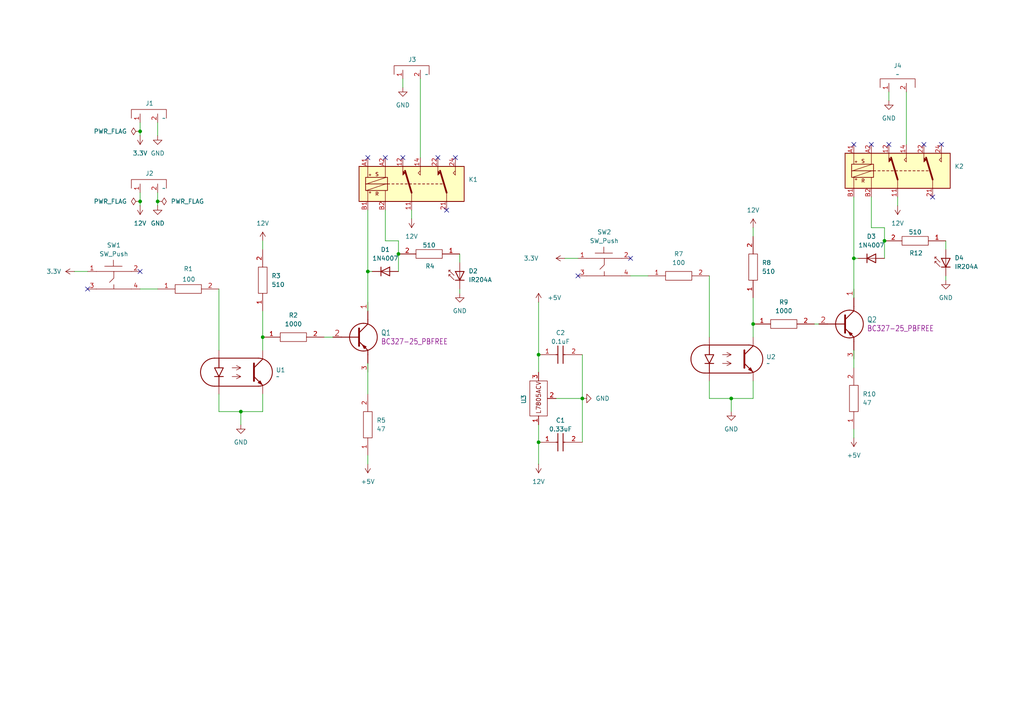
<source format=kicad_sch>
(kicad_sch (version 20250114) (generator "eeschema") (generator_version "9.0")
  (paper "A4")
  (lib_symbols
    (symbol "Diode:1N4007" (pin_numbers (hide yes)) (pin_names (hide yes))
      (property "Reference" "D" (at 0 2.54 0))
      (property "Value" "1N4007" (at 0 -2.54 0))
      (symbol "1N4007_0_1"
        (polyline (pts (xy -1.27 1.27) (xy -1.27 -1.27)) (stroke (width 0.254)))
        (polyline (pts (xy 1.27 1.27) (xy 1.27 -1.27) (xy -1.27 0) (xy 1.27 1.27)) (stroke (width 0.254)))
        (polyline (pts (xy 1.27 0) (xy -1.27 0)))
      )
      (symbol "1N4007_1_1"
        (pin passive line (at -3.81 0 0) (length 2.54) (name "K") (number "1"))
        (pin passive line (at 3.81 0 180) (length 2.54) (name "A") (number "2"))
      )
    )
    (symbol "LED:IR204A" (pin_numbers (hide yes)) (pin_names (offset 1.016) (hide yes))
      (property "Reference" "D" (at 0.508 1.778 0))
      (property "Value" "IR204A" (at -1.016 -2.794 0))
      (symbol "IR204A_0_1"
        (polyline (pts (xy -2.54 1.27) (xy -2.54 -1.27)) (stroke (width 0.254)))
        (polyline (pts (xy -2.413 1.651) (xy -0.889 3.175) (xy -0.889 2.667) (xy -0.889 3.175) (xy -1.397 3.175)))
        (polyline (pts (xy -1.143 1.651) (xy 0.381 3.175) (xy 0.381 2.667)))
        (polyline (pts (xy 0 1.27) (xy -2.54 0) (xy 0 -1.27) (xy 0 1.27)) (stroke (width 0.254)))
        (polyline (pts (xy 0 0) (xy -2.54 0)))
        (polyline (pts (xy 0.381 3.175) (xy -0.127 3.175)))
      )
      (symbol "IR204A_1_1"
        (pin passive line (at -5.08 0 0) (length 2.54) (name "K") (number "1"))
        (pin passive line (at 2.54 0 180) (length 2.54) (name "A") (number "2"))
      )
    )
    (symbol "My_lib2:BC327-25_PBFREE" (pin_names (hide yes))
      (property "Reference" "Q" (at 13.97 1.27 0))
      (property "Part Name" "BC327-25_PBFREE" (at 13.97 -1.27 0))
      (symbol "BC327-25_PBFREE_1_0"
        (polyline (pts (xy 0 0) (xy 2.54 0)) (stroke (width 0.254)))
        (polyline (pts (xy 2.54 0) (xy 7.62 0)) (stroke (width 0.254)))
        (polyline (pts (xy 7.62 2.54) (xy 7.62 -2.54)) (stroke (width 0.508)))
        (polyline (pts (xy 7.62 1.27) (xy 10.16 3.81)) (stroke (width 0.254)))
        (polyline (pts (xy 7.62 -1.27) (xy 10.16 -3.81)) (stroke (width 0.254)))
        (arc (start 8.89 4.0161) (mid 12.9061 0) (end 8.89 -4.0161) (stroke (width 0.254)))
        (arc (start 8.89 -4.0161) (mid 4.8739 0) (end 8.89 4.0161) (stroke (width 0.254)))
        (polyline (pts (xy 9.652 -2.794) (xy 9.144 -3.302) (xy 8.636 -2.286) (xy 9.652 -2.794)) (stroke (width 0.254)) (fill (type outline)))
        (polyline (pts (xy 10.16 7.62) (xy 10.16 5.08)) (stroke (width 0.254)))
        (polyline (pts (xy 10.16 3.81) (xy 10.16 5.08)) (stroke (width 0.254)))
        (polyline (pts (xy 10.16 -3.81) (xy 10.16 -5.08)) (stroke (width 0.254)))
        (polyline (pts (xy 10.16 -7.62) (xy 10.16 -5.08)) (stroke (width 0.254)))
        (pin passive line (at 0 0 0) (length 2.54) (name "B") (number "2"))
        (pin passive line (at 10.16 7.62 90) (length 2.54) (name "C") (number "1"))
      )
      (symbol "BC327-25_PBFREE_1_1"
        (pin passive line (at 10.16 -7.62 270) (length 2.54) (name "A") (number "3"))
      )
    )
    (symbol "My_lib2:C_564R60GAD10" (pin_names (hide yes))
      (property "Reference" "C" (at 5.588 5.588 0))
      (symbol "C_564R60GAD10_1_1"
        (polyline (pts (xy 5.08 0) (xy 5.588 0)) (stroke (width 0.254)))
        (polyline (pts (xy 5.588 2.54) (xy 5.588 -2.54)) (stroke (width 0.254)))
        (polyline (pts (xy 7.112 2.54) (xy 7.112 -2.54)) (stroke (width 0.254)))
        (polyline (pts (xy 7.112 0) (xy 7.62 0)) (stroke (width 0.254)))
        (pin passive line (at 0 0 0) (length 5.08) (name "1") (number "1"))
        (pin passive line (at 12.7 0 180) (length 5.08) (name "2") (number "2"))
      )
    )
    (symbol "My_lib2:L7805ACV" (pin_names (hide yes))
      (property "Reference" "D" (at 1.524 4.064 0))
      (symbol "L7805ACV_0_1"
        (rectangle (start -5.08 2.54) (end 5.08 -2.54))
      )
      (symbol "L7805ACV_1_1"
        (text "L7805ACV" (at 0.254 0 0) (effects (font (size 1.27 1.27))))
        (pin input line (at -7.62 0 0) (length 2.54) (name "") (number "1"))
        (pin input line (at 0 -5.08 90) (length 2.54) (name "GND") (number "2"))
        (pin input line (at 7.62 0 180) (length 2.54) (name "") (number "3"))
      )
    )
    (symbol "My_lib2:PC817X3NSZ9F" (pin_numbers (hide yes)) (pin_names (hide yes))
      (property "Reference" "U" (at -4.318 5.842 0))
      (symbol "PC817X3NSZ9F_0_1"
        (polyline (pts (xy -11.43 -4.064) (xy 1.27 -4.064)) (stroke (width 0.254)))
        (polyline (pts (xy -10.16 3.81) (xy -10.16 1.27)) (stroke (width 0.254)))
        (polyline (pts (xy -10.16 1.27) (xy -8.89 1.27) (xy -11.43 1.27) (xy -10.16 -1.27) (xy -8.89 1.27) (xy -10.16 -1.27) (xy -11.43 -1.27) (xy -8.89 -1.27)) (stroke (width 0.254)))
        (polyline (pts (xy -10.16 -3.81) (xy -10.16 -1.27)) (stroke (width 0.254)))
        (polyline (pts (xy -6.35 1.27) (xy -3.81 1.27) (xy -5.08 1.905) (xy -3.81 1.27) (xy -5.08 0.635)))
        (polyline (pts (xy -6.35 -1.27) (xy -3.81 -1.27) (xy -5.08 -0.635) (xy -3.81 -1.27) (xy -5.08 -1.905)))
        (polyline (pts (xy 1.27 4.064) (xy -11.43 4.064)) (stroke (width 0.254)))
      )
      (symbol "PC817X3NSZ9F_1_0"
        (arc (start -11.43 -4.064) (mid -15.494 0) (end -11.43 4.064) (stroke (width 0.254)))
        (polyline (pts (xy 0 2.54) (xy 0 -2.54)) (stroke (width 0.508)))
        (polyline (pts (xy 0 1.27) (xy 2.54 3.81)) (stroke (width 0.254)))
        (polyline (pts (xy 0 -1.27) (xy 2.54 -3.81)) (stroke (width 0.254)))
        (arc (start 1.27 4.064) (mid 5.334 0) (end 1.27 -4.064) (stroke (width 0.254)))
        (polyline (pts (xy 1.27 -3.048) (xy 1.778 -2.54) (xy 2.286 -3.556) (xy 1.27 -3.048)) (stroke (width 0.254)) (fill (type outline)))
        (pin input line (at -10.16 6.35 270) (length 2.54) (name "Anode") (number "1"))
        (pin input line (at -10.16 -6.35 90) (length 2.54) (name "Cathode") (number "2"))
        (pin passive line (at 2.54 6.35 270) (length 2.54) (name "Collector") (number "4"))
      )
      (symbol "PC817X3NSZ9F_1_1"
        (pin input line (at 2.54 -6.35 90) (length 2.54) (name "Emitter") (number "3"))
      )
    )
    (symbol "My_lib2:R_CF100-3K3-J-TB-070-62" (pin_names (offset 0) (hide yes))
      (property "Reference" "R" (at 5.08 2.794 0))
      (symbol "R_CF100-3K3-J-TB-070-62_0_0"
        (pin passive line (at 0 0 0) (length 5.08) (name "~") (number "1"))
        (pin passive line (at 17.78 0 180) (length 5.08) (name "~") (number "2"))
      )
      (symbol "R_CF100-3K3-J-TB-070-62_0_1"
        (polyline (pts (xy 5.08 1.27) (xy 12.7 1.27) (xy 12.7 -1.27) (xy 5.08 -1.27) (xy 5.08 1.27)) (stroke (width 0.1524)))
      )
    )
    (symbol "My_lib2:SW_Push" (pin_names (offset 0.002) (hide yes))
      (property "Reference" "SW" (at 0.635 3.81 0))
      (symbol "SW_Push_0_1"
        (polyline (pts (xy -5.08 0) (xy 5.08 0)))
        (polyline (pts (xy -0.127 1.524) (xy -0.127 3.302)))
        (polyline (pts (xy 0 0) (xy 0 -1.905) (xy -1.27 -3.175)))
        (polyline (pts (xy 0 -3.81) (xy 0 -5.08) (xy -5.08 -5.08) (xy 5.08 -5.08)))
        (polyline (pts (xy 2.413 1.524) (xy -2.667 1.524)))
        (pin passive line (at -7.62 0 0) (length 2.54) (name "1") (number "1"))
      )
      (symbol "SW_Push_1_1"
        (pin passive line (at -7.62 -5.08 0) (length 2.54) (name "1") (number "3"))
        (pin passive line (at 7.62 0 180) (length 2.54) (name "2") (number "2"))
        (pin passive line (at 7.62 -5.08 180) (length 2.54) (name "2") (number "4"))
      )
    )
    (symbol "My_lib2:TB-09A"
      (property "Reference" "J1" (at -1.016 1.778 0))
      (property "Value" "~" (at 3.81 -2.54 0))
      (symbol "TB-09A_0_1"
        (polyline (pts (xy 5.08 -2.54) (xy 5.08 0) (xy -5.08 0) (xy -5.08 -2.54)))
      )
      (symbol "TB-09A_1_1"
        (pin power_in line (at -2.54 -3.81 90) (length 2.54) (name "") (number "1"))
        (pin power_in line (at 2.54 -3.81 90) (length 2.54) (name "") (number "2"))
      )
    )
    (symbol "Relay:HONGFA_HFD2-0xx-x-L2-x"
      (property "Reference" "K" (at 16.51 3.81 0))
      (property "Value" "HONGFA_HFD2-0xx-x-L2-x" (at 16.51 1.27 0))
      (symbol "HONGFA_HFD2-0xx-x-L2-x_0_0"
        (polyline (pts (xy -2.54 5.08) (xy -2.54 2.54) (xy -1.905 3.175) (xy -2.54 3.81)) (fill (type outline)))
        (polyline (pts (xy 2.54 5.08) (xy 2.54 2.54) (xy 1.905 3.175) (xy 2.54 3.81)))
        (polyline (pts (xy 7.62 5.08) (xy 7.62 2.54) (xy 8.255 3.175) (xy 7.62 3.81)) (fill (type outline)))
        (polyline (pts (xy 12.7 5.08) (xy 12.7 2.54) (xy 12.065 3.175) (xy 12.7 3.81)))
        (text "+" (at -12.065 2.667 0) (effects (font (size 0.762 0.762))))
        (text "+" (at -12.065 -2.413 0) (effects (font (size 0.762 0.762))))
        (text "S" (at -10.033 2.794 0) (effects (font (size 1.016 1.016))))
        (text "R" (at -10.033 -2.921 0) (effects (font (size 1.016 1.016))))
      )
      (symbol "HONGFA_HFD2-0xx-x-L2-x_0_1"
        (rectangle (start -15.24 5.08) (end 15.24 -5.08) (stroke (width 0.254)) (fill (type background)))
        (rectangle (start -13.335 1.905) (end -6.985 -1.905) (stroke (width 0.2032)))
        (polyline (pts (xy -13.335 0) (xy -6.35 0)) (stroke (width 0.2032)))
        (polyline (pts (xy -13.081 0) (xy -7.366 1.905)))
        (polyline (pts (xy -13.081 -1.905) (xy -7.493 0)))
        (polyline (pts (xy -12.7 5.08) (xy -12.7 1.905)))
        (polyline (pts (xy -12.7 -5.08) (xy -12.7 -1.905)))
        (polyline (pts (xy -7.62 5.08) (xy -7.62 1.905)))
        (polyline (pts (xy -7.62 -5.08) (xy -7.62 -1.905)))
        (polyline (pts (xy -5.715 0) (xy -5.08 0)) (stroke (width 0.2032)))
        (polyline (pts (xy -4.445 0) (xy -3.81 0)) (stroke (width 0.2032)))
        (polyline (pts (xy -3.175 0) (xy -2.54 0)) (stroke (width 0.2032)))
        (polyline (pts (xy -1.905 0) (xy -1.27 0)) (stroke (width 0.2032)))
        (polyline (pts (xy -0.635 0) (xy 0 0)) (stroke (width 0.2032)))
        (polyline (pts (xy 0 -2.54) (xy -1.905 3.81)) (stroke (width 0.508)))
        (polyline (pts (xy 0 -2.54) (xy 0 -5.08)))
        (polyline (pts (xy 0.635 0) (xy 1.27 0)) (stroke (width 0.2032)))
        (polyline (pts (xy 1.905 0) (xy 2.54 0)) (stroke (width 0.2032)))
        (polyline (pts (xy 3.175 0) (xy 3.81 0)) (stroke (width 0.2032)))
        (polyline (pts (xy 4.445 0) (xy 5.08 0)) (stroke (width 0.2032)))
        (polyline (pts (xy 5.715 0) (xy 6.35 0)) (stroke (width 0.2032)))
        (polyline (pts (xy 6.985 0) (xy 7.62 0)) (stroke (width 0.2032)))
        (polyline (pts (xy 8.255 0) (xy 8.89 0)) (stroke (width 0.2032)))
        (polyline (pts (xy 10.16 -2.54) (xy 8.255 3.81)) (stroke (width 0.508)))
        (polyline (pts (xy 10.16 -2.54) (xy 10.16 -5.08)))
      )
      (symbol "HONGFA_HFD2-0xx-x-L2-x_1_1"
        (pin passive line (at -12.7 7.62 270) (length 2.54) (name "~") (number "A1"))
        (pin passive line (at -12.7 -7.62 90) (length 2.54) (name "~") (number "B1"))
        (pin passive line (at -7.62 7.62 270) (length 2.54) (name "~") (number "A2"))
        (pin passive line (at -7.62 -7.62 90) (length 2.54) (name "~") (number "B2"))
        (pin passive line (at -2.54 7.62 270) (length 2.54) (name "~") (number "12"))
        (pin passive line (at 0 -7.62 90) (length 2.54) (name "~") (number "11"))
        (pin passive line (at 2.54 7.62 270) (length 2.54) (name "~") (number "14"))
        (pin passive line (at 7.62 7.62 270) (length 2.54) (name "~") (number "22"))
        (pin passive line (at 10.16 -7.62 90) (length 2.54) (name "~") (number "21"))
        (pin passive line (at 12.7 7.62 270) (length 2.54) (name "~") (number "24"))
      )
    )
    (symbol "power:+3.3V" (power) (pin_numbers (hide yes)) (pin_names (offset 0) (hide yes))
      (property "Value" "+3.3V" (at 0 3.556 0))
      (symbol "+3.3V_0_1"
        (polyline (pts (xy -0.762 1.27) (xy 0 2.54)))
        (polyline (pts (xy 0 2.54) (xy 0.762 1.27)))
        (polyline (pts (xy 0 0) (xy 0 2.54)))
      )
      (symbol "+3.3V_1_1"
        (pin power_in line (at 0 0 90) (length 0) (name "~") (number "1"))
      )
    )
    (symbol "power:+5V" (power) (pin_numbers (hide yes)) (pin_names (offset 0) (hide yes))
      (property "Value" "+5V" (at 0 3.556 0))
      (symbol "+5V_0_1"
        (polyline (pts (xy -0.762 1.27) (xy 0 2.54)))
        (polyline (pts (xy 0 2.54) (xy 0.762 1.27)))
        (polyline (pts (xy 0 0) (xy 0 2.54)))
      )
      (symbol "+5V_1_1"
        (pin power_in line (at 0 0 90) (length 0) (name "~") (number "1"))
      )
    )
    (symbol "power:GND" (power) (pin_numbers (hide yes)) (pin_names (offset 0) (hide yes))
      (property "Value" "GND" (at 0 -3.81 0))
      (symbol "GND_0_1"
        (polyline (pts (xy 0 0) (xy 0 -1.27) (xy 1.27 -1.27) (xy 0 -2.54) (xy -1.27 -1.27) (xy 0 -1.27)))
      )
      (symbol "GND_1_1"
        (pin power_in line (at 0 0 270) (length 0) (name "~") (number "1"))
      )
    )
    (symbol "power:PWR_FLAG" (power) (pin_numbers (hide yes)) (pin_names (offset 0) (hide yes))
      (property "Value" "PWR_FLAG" (at 0 3.81 0))
      (symbol "PWR_FLAG_0_0"
        (pin power_out line (at 0 0 90) (length 0) (name "~") (number "1"))
      )
      (symbol "PWR_FLAG_0_1"
        (polyline (pts (xy 0 0) (xy 0 1.27) (xy -1.016 1.905) (xy 0 2.54) (xy 1.016 1.905) (xy 0 1.27)))
      )
    )
  )
  (junction (at 218.44 93.98))
  (junction (at 40.64 38.1))
  (junction (at 69.85 119.38))
  (junction (at 212.09 115.57))
  (junction (at 45.72 58.42))
  (junction (at 156.21 128.27))
  (junction (at 256.54 69.85))
  (junction (at 168.91 115.57))
  (junction (at 247.65 74.93))
  (junction (at 40.64 58.42))
  (junction (at 106.68 78.74))
  (junction (at 115.57 73.66))
  (junction (at 76.2 97.79))
  (junction (at 156.21 102.87))
  (no_connect (at 25.4 83.82))
  (no_connect (at 40.64 78.74))
  (no_connect (at 182.88 74.93))
  (no_connect (at 106.68 45.72))
  (no_connect (at 267.97 41.91))
  (no_connect (at 257.81 41.91))
  (no_connect (at 132.08 45.72))
  (no_connect (at 127 45.72))
  (no_connect (at 273.05 41.91))
  (no_connect (at 129.54 60.96))
  (no_connect (at 252.73 41.91))
  (no_connect (at 167.64 80.01))
  (no_connect (at 247.65 41.91))
  (no_connect (at 111.76 45.72))
  (no_connect (at 116.84 45.72))
  (no_connect (at 270.51 57.15))
  (wire (pts (xy 247.65 57.15) (xy 247.65 74.93)))
  (wire (pts (xy 252.73 66.04) (xy 256.54 66.04)))
  (wire (pts (xy 274.32 69.85) (xy 274.32 72.39)))
  (wire (pts (xy 218.44 93.98) (xy 218.44 97.79)))
  (wire (pts (xy 212.09 115.57) (xy 212.09 119.38)))
  (wire (pts (xy 45.72 35.56) (xy 45.72 39.37)))
  (wire (pts (xy 45.72 58.42) (xy 45.72 59.69)))
  (wire (pts (xy 40.64 83.82) (xy 45.72 83.82)))
  (wire (pts (xy 119.38 60.96) (xy 119.38 63.5)))
  (wire (pts (xy 205.74 115.57) (xy 212.09 115.57)))
  (wire (pts (xy 40.64 35.56) (xy 40.64 38.1)))
  (wire (pts (xy 76.2 119.38) (xy 76.2 114.3)))
  (wire (pts (xy 133.35 73.66) (xy 133.35 76.2)))
  (wire (pts (xy 76.2 97.79) (xy 76.2 101.6)))
  (wire (pts (xy 256.54 66.04) (xy 256.54 69.85)))
  (wire (pts (xy 40.64 55.88) (xy 40.64 58.42)))
  (wire (pts (xy 106.68 78.74) (xy 106.68 90.17)))
  (wire (pts (xy 205.74 115.57) (xy 205.74 110.49)))
  (wire (pts (xy 115.57 69.85) (xy 115.57 73.66)))
  (wire (pts (xy 247.65 74.93) (xy 248.92 74.93)))
  (wire (pts (xy 111.76 69.85) (xy 115.57 69.85)))
  (wire (pts (xy 156.21 102.87) (xy 156.21 107.95)))
  (wire (pts (xy 247.65 74.93) (xy 247.65 86.36)))
  (wire (pts (xy 212.09 115.57) (xy 218.44 115.57)))
  (wire (pts (xy 274.32 80.01) (xy 274.32 81.28)))
  (wire (pts (xy 121.92 45.72) (xy 121.92 22.86)))
  (wire (pts (xy 40.64 38.1) (xy 40.64 39.37)))
  (wire (pts (xy 69.85 119.38) (xy 69.85 123.19)))
  (wire (pts (xy 106.68 60.96) (xy 106.68 78.74)))
  (wire (pts (xy 40.64 58.42) (xy 40.64 59.69)))
  (wire (pts (xy 116.84 22.86) (xy 116.84 25.4)))
  (wire (pts (xy 163.83 74.93) (xy 167.64 74.93)))
  (wire (pts (xy 76.2 69.85) (xy 76.2 72.39)))
  (wire (pts (xy 161.29 115.57) (xy 168.91 115.57)))
  (wire (pts (xy 168.91 115.57) (xy 168.91 128.27)))
  (wire (pts (xy 106.68 105.41) (xy 106.68 114.3)))
  (wire (pts (xy 69.85 119.38) (xy 76.2 119.38)))
  (wire (pts (xy 63.5 119.38) (xy 63.5 114.3)))
  (wire (pts (xy 236.22 93.98) (xy 237.49 93.98)))
  (wire (pts (xy 93.98 97.79) (xy 96.52 97.79)))
  (wire (pts (xy 218.44 115.57) (xy 218.44 110.49)))
  (wire (pts (xy 260.35 57.15) (xy 260.35 59.69)))
  (wire (pts (xy 106.68 78.74) (xy 107.95 78.74)))
  (wire (pts (xy 247.65 101.6) (xy 247.65 106.68)))
  (wire (pts (xy 106.68 132.08) (xy 106.68 134.62)))
  (wire (pts (xy 168.91 102.87) (xy 168.91 115.57)))
  (wire (pts (xy 76.2 90.17) (xy 76.2 97.79)))
  (wire (pts (xy 63.5 119.38) (xy 69.85 119.38)))
  (wire (pts (xy 45.72 55.88) (xy 45.72 58.42)))
  (wire (pts (xy 218.44 66.04) (xy 218.44 68.58)))
  (wire (pts (xy 218.44 86.36) (xy 218.44 93.98)))
  (wire (pts (xy 156.21 123.19) (xy 156.21 128.27)))
  (wire (pts (xy 256.54 69.85) (xy 256.54 74.93)))
  (wire (pts (xy 262.89 41.91) (xy 262.89 26.67)))
  (wire (pts (xy 111.76 69.85) (xy 111.76 60.96)))
  (wire (pts (xy 133.35 83.82) (xy 133.35 85.09)))
  (wire (pts (xy 247.65 124.46) (xy 247.65 127)))
  (wire (pts (xy 156.21 87.63) (xy 156.21 102.87)))
  (wire (pts (xy 63.5 83.82) (xy 63.5 101.6)))
  (wire (pts (xy 205.74 80.01) (xy 205.74 97.79)))
  (wire (pts (xy 21.59 78.74) (xy 25.4 78.74)))
  (wire (pts (xy 156.21 128.27) (xy 156.21 134.62)))
  (wire (pts (xy 182.88 80.01) (xy 187.96 80.01)))
  (wire (pts (xy 257.81 26.67) (xy 257.81 29.21)))
  (wire (pts (xy 252.73 66.04) (xy 252.73 57.15)))
  (wire (pts (xy 115.57 73.66) (xy 115.57 78.74)))
  (symbol (lib_id "Diode:1N4007") (at 252.73 74.93 0) (unit 1)
    (property "Reference" "D3" (at 252.73 68.58 0))
    (property "Value" "1N4007" (at 252.73 71.12 0))
    (property "Footprint" "Diode_THT:D_DO-41_SOD81_P10.16mm_Horizontal" (effects (hide yes)))
    (property "Datasheet" "http://www.vishay.com/docs/88503/1n4001.pdf" (effects (hide yes)))
    (property "Description" "1000V 1A General Purpose Rectifier Diode, DO-41" (effects (hide yes)))
    (property "Sim.Device" "D" (effects (hide yes)))
    (property "Sim.Pins" "1=K 2=A" (effects (hide yes)))
  )
  (symbol (lib_id "My_lib2:R_CF100-3K3-J-TB-070-62") (at 247.65 124.46 90) (unit 1)
    (property "Reference" "R10" (at 250.19 114.2999 90) (effects (justify right)))
    (property "Value" "47" (at 250.19 116.8399 90) (effects (justify right)))
    (property "Footprint" "My_lib2:R" (effects (hide yes)))
    (property "Description" "CF100-3K3-J-TB-070-62 CARBON FILM FIXED RESISTOR, 1.0(1W)" (effects (hide yes)))
    (property "Description_1" "CARBON FILM FIXED RESISTOR, 1.0(1W)" (effects (hide yes)))
    (property "Manufacturer_Name" "HKR" (effects (hide yes)))
    (property "Manufacturer_Part_Number" "CF100-3K3-J-TB-070-62" (effects (hide yes)))
  )
  (symbol (lib_id "power:GND") (at 133.35 85.09 0) (unit 1)
    (property "Reference" "#PWR020" (effects (hide yes)))
    (property "Value" "GND" (at 133.35 90.17 0))
    (property "Description" "Power symbol creates a global label with name \"GND\" , ground" (effects (hide yes)))
  )
  (symbol (lib_id "power:+3.3V") (at 21.59 78.74 90) (unit 1)
    (property "Reference" "#PWR040" (effects (hide yes)))
    (property "Value" "3.3V" (at 17.78 78.7399 90) (effects (justify left)))
    (property "Description" "Power symbol creates a global label with name \"+3.3V\"" (effects (hide yes)))
  )
  (symbol (lib_id "My_lib2:R_CF100-3K3-J-TB-070-62") (at 133.35 73.66 180) (unit 1)
    (property "Reference" "R4" (at 124.714 77.216 0))
    (property "Value" "510" (at 124.46 71.12 0))
    (property "Footprint" "My_lib2:R" (effects (hide yes)))
    (property "Description" "CF100-3K3-J-TB-070-62 CARBON FILM FIXED RESISTOR, 1.0(1W)" (effects (hide yes)))
    (property "Description_1" "CARBON FILM FIXED RESISTOR, 1.0(1W)" (effects (hide yes)))
    (property "Manufacturer_Name" "HKR" (effects (hide yes)))
    (property "Manufacturer_Part_Number" "CF100-3K3-J-TB-070-62" (effects (hide yes)))
  )
  (symbol (lib_id "My_lib2:TB-09A") (at 260.35 22.86 0) (unit 1)
    (property "Reference" "J4" (at 260.35 19.05 0))
    (property "Value" "~" (at 260.35 21.59 0))
    (property "Footprint" "My_lib2:TB-09A" (effects (hide yes)))
    (property "Description" "Винтовой разъем на плату" (effects (hide yes)))
  )
  (symbol (lib_id "My_lib2:R_CF100-3K3-J-TB-070-62") (at 218.44 93.98 0) (unit 1)
    (property "Reference" "R9" (at 227.33 87.63 0))
    (property "Value" "1000" (at 227.33 90.17 0))
    (property "Footprint" "My_lib2:R" (effects (hide yes)))
    (property "Description" "CF100-3K3-J-TB-070-62 CARBON FILM FIXED RESISTOR, 1.0(1W)" (effects (hide yes)))
    (property "Description_1" "CARBON FILM FIXED RESISTOR, 1.0(1W)" (effects (hide yes)))
    (property "Manufacturer_Name" "HKR" (effects (hide yes)))
    (property "Manufacturer_Part_Number" "CF100-3K3-J-TB-070-62" (effects (hide yes)))
  )
  (symbol (lib_id "power:GND") (at 168.91 115.57 90) (unit 1)
    (property "Reference" "#PWR028" (effects (hide yes)))
    (property "Value" "GND" (at 172.72 115.5699 90) (effects (justify right)))
    (property "Description" "Power symbol creates a global label with name \"GND\" , ground" (effects (hide yes)))
  )
  (symbol (lib_id "power:GND") (at 116.84 25.4 0) (unit 1)
    (property "Reference" "#PWR022" (effects (hide yes)))
    (property "Value" "GND" (at 116.84 30.48 0))
    (property "Description" "Power symbol creates a global label with name \"GND\" , ground" (effects (hide yes)))
  )
  (symbol (lib_id "My_lib2:R_CF100-3K3-J-TB-070-62") (at 45.72 83.82 0) (unit 1)
    (property "Reference" "R1" (at 54.61 77.978 0))
    (property "Value" "100" (at 52.832 81.026 0) (effects (justify left)))
    (property "Footprint" "My_lib2:R" (effects (hide yes)))
    (property "Description" "CF100-3K3-J-TB-070-62 CARBON FILM FIXED RESISTOR, 1.0(1W)" (effects (hide yes)))
    (property "Description_1" "CARBON FILM FIXED RESISTOR, 1.0(1W)" (effects (hide yes)))
    (property "Manufacturer_Name" "HKR" (effects (hide yes)))
    (property "Manufacturer_Part_Number" "CF100-3K3-J-TB-070-62" (effects (hide yes)))
  )
  (symbol (lib_id "power:GND") (at 45.72 39.37 0) (unit 1)
    (property "Reference" "#PWR032" (effects (hide yes)))
    (property "Value" "GND" (at 45.72 44.45 0))
    (property "Description" "Power symbol creates a global label with name \"GND\" , ground" (effects (hide yes)))
  )
  (symbol (lib_id "My_lib2:SW_Push") (at 33.02 78.74 0) (unit 1)
    (property "Reference" "SW1" (at 33.02 71.12 0))
    (property "Value" "SW_Push" (at 33.02 73.66 0))
    (property "Footprint" "My_lib2:0650HIM-130G-G" (effects (hide yes)))
    (property "Description" "Push button switch, generic, two pins" (effects (hide yes)))
  )
  (symbol (lib_id "power:PWR_FLAG") (at 45.72 58.42 270) (unit 1)
    (property "Reference" "#FLG03" (effects (hide yes)))
    (property "Value" "PWR_FLAG" (at 49.53 58.4199 90) (effects (justify left)))
    (property "Description" "Special symbol for telling ERC where power comes from" (effects (hide yes)))
  )
  (symbol (lib_id "Diode:1N4007") (at 111.76 78.74 0) (unit 1)
    (property "Reference" "D1" (at 111.76 72.39 0))
    (property "Value" "1N4007" (at 111.76 74.93 0))
    (property "Footprint" "Diode_THT:D_DO-41_SOD81_P10.16mm_Horizontal" (effects (hide yes)))
    (property "Datasheet" "http://www.vishay.com/docs/88503/1n4001.pdf" (effects (hide yes)))
    (property "Description" "1000V 1A General Purpose Rectifier Diode, DO-41" (effects (hide yes)))
    (property "Sim.Device" "D" (effects (hide yes)))
    (property "Sim.Pins" "1=K 2=A" (effects (hide yes)))
  )
  (symbol (lib_id "power:GND") (at 212.09 119.38 0) (unit 1)
    (property "Reference" "#PWR039" (effects (hide yes)))
    (property "Value" "GND" (at 212.09 124.46 0))
    (property "Description" "Power symbol creates a global label with name \"GND\" , ground" (effects (hide yes)))
  )
  (symbol (lib_id "power:GND") (at 69.85 123.19 0) (unit 1)
    (property "Reference" "#PWR036" (effects (hide yes)))
    (property "Value" "GND" (at 69.85 128.27 0))
    (property "Description" "Power symbol creates a global label with name \"GND\" , ground" (effects (hide yes)))
  )
  (symbol (lib_id "My_lib2:C_564R60GAD10") (at 156.21 102.87 0) (unit 1)
    (property "Reference" "C2" (at 162.56 96.52 0))
    (property "Value" "0.1uF" (at 162.56 99.06 0))
    (property "Footprint" "My_lib2:564R60GAD10" (effects (hide yes)))
    (property "Datasheet" "https://componentsearchengine.com/Datasheets/1/564R60GAD10.pdf" (effects (hide yes)))
    (property "Description" "Cap Ceramic Single 0.001uF 6000V Z5U 20% (10.2 X 6.9mm) Radial 9.5mm 105C Bulk" (effects (hide yes)))
    (property "Height" "10.2" (effects (hide yes)))
    (property "Manufacturer_Name" "Vishay" (effects (hide yes)))
    (property "Manufacturer_Part_Number" "564R60GAD10" (effects (hide yes)))
    (property "Mouser Part Number" "75-564R60GAD10" (effects (hide yes)))
    (property "Mouser Price/Stock" "https://www.mouser.co.uk/ProductDetail/Vishay/564R60GAD10?qs=xrnNvQC1SKQV3fR046g7Jg%3D%3D" (effects (hide yes)))
    (property "Arrow Part Number" "564R60GAD10" (effects (hide yes)))
    (property "Arrow Price/Stock" "https://www.arrow.com/en/products/564r60gad10/vishay?region=nac" (effects (hide yes)))
  )
  (symbol (lib_id "power:+3.3V") (at 119.38 63.5 180) (unit 1)
    (property "Reference" "#PWR037" (effects (hide yes)))
    (property "Value" "12V" (at 119.38 68.58 0))
    (property "Description" "Power symbol creates a global label with name \"+3.3V\"" (effects (hide yes)))
  )
  (symbol (lib_id "power:+3.3V") (at 76.2 69.85 0) (unit 1)
    (property "Reference" "#PWR044" (effects (hide yes)))
    (property "Value" "12V" (at 76.2 64.77 0))
    (property "Description" "Power symbol creates a global label with name \"+3.3V\"" (effects (hide yes)))
  )
  (symbol (lib_id "My_lib2:R_CF100-3K3-J-TB-070-62") (at 187.96 80.01 0) (unit 1)
    (property "Reference" "R7" (at 196.85 73.66 0))
    (property "Value" "100" (at 196.85 76.2 0))
    (property "Footprint" "My_lib2:R" (effects (hide yes)))
    (property "Description" "CF100-3K3-J-TB-070-62 CARBON FILM FIXED RESISTOR, 1.0(1W)" (effects (hide yes)))
    (property "Description_1" "CARBON FILM FIXED RESISTOR, 1.0(1W)" (effects (hide yes)))
    (property "Manufacturer_Name" "HKR" (effects (hide yes)))
    (property "Manufacturer_Part_Number" "CF100-3K3-J-TB-070-62" (effects (hide yes)))
  )
  (symbol (lib_id "power:GND") (at 45.72 59.69 0) (unit 1)
    (property "Reference" "#PWR035" (effects (hide yes)))
    (property "Value" "GND" (at 45.72 64.77 0))
    (property "Description" "Power symbol creates a global label with name \"GND\" , ground" (effects (hide yes)))
  )
  (symbol (lib_id "My_lib2:R_CF100-3K3-J-TB-070-62") (at 274.32 69.85 180) (unit 1)
    (property "Reference" "R12" (at 265.684 73.406 0))
    (property "Value" "510" (at 265.43 67.31 0))
    (property "Footprint" "My_lib2:R" (effects (hide yes)))
    (property "Description" "CF100-3K3-J-TB-070-62 CARBON FILM FIXED RESISTOR, 1.0(1W)" (effects (hide yes)))
    (property "Description_1" "CARBON FILM FIXED RESISTOR, 1.0(1W)" (effects (hide yes)))
    (property "Manufacturer_Name" "HKR" (effects (hide yes)))
    (property "Manufacturer_Part_Number" "CF100-3K3-J-TB-070-62" (effects (hide yes)))
  )
  (symbol (lib_id "power:+5V") (at 247.65 127 180) (unit 1)
    (property "Reference" "#PWR03" (effects (hide yes)))
    (property "Value" "+5V" (at 247.65 132.08 0))
    (property "Description" "Power symbol creates a global label with name \"+5V\"" (effects (hide yes)))
  )
  (symbol (lib_id "LED:IR204A") (at 133.35 78.74 90) (unit 1)
    (property "Reference" "D2" (at 135.89 78.6129 90) (effects (justify right)))
    (property "Value" "IR204A" (at 135.89 81.1529 90) (effects (justify right)))
    (property "Footprint" "LED_THT:LED_D3.0mm_IRBlack" (effects (hide yes)))
    (property "Datasheet" "http://www.everlight.com/file/ProductFile/IR204-A.pdf" (effects (hide yes)))
    (property "Description" "Infrared LED , 3mm LED package" (effects (hide yes)))
  )
  (symbol (lib_id "My_lib2:BC327-25_PBFREE") (at 96.52 97.79 0) (unit 1)
    (property "Reference" "Q1" (at 110.49 96.5199 0) (effects (font (size 1.5833 1.3333)) (justify left)))
    (property "Footprint" "My_lib2:BC32725PBFREE" (effects (hide yes)))
    (property "Description" "Bipolar Transistors - BJT PNP 50Vcbo 45 Vceo 500mA 625mW Trans" (effects (hide yes)))
    (property "Part Name" "BC327-25_PBFREE" (at 110.49 99.0599 0) (effects (font (size 1.5833 1.3333)) (justify left)))
    (property "Part Version" "1" (effects (hide yes)))
    (property "3D_Model" "BC327-25_PBFREE" (effects (hide yes)))
    (property "Arrow Part Number" "-" (effects (hide yes)))
    (property "Arrow Price/Stock" "-" (effects (hide yes)))
    (property "Height" "7.87mm" (effects (hide yes)))
    (property "Link Datasheet" "https://my.centralsemi.com/datasheets/BC327-328.PDF" (effects (hide yes)))
    (property "Link Mouser Price/Stock" "https://www.mouser.co.uk/ProductDetail/Central-Semiconductor/BC327-25-PBFREE?qs=u16ybLDytRZN73jSFKN2Hg%3D%3D" (effects (hide yes)))
    (property "Manufacturer_Name" "Central Semiconductor" (effects (hide yes)))
    (property "Manufacturer_Part_Number" "BC327-25 PBFREE" (effects (hide yes)))
    (property "Mouser Part Number" "610-BC327-25" (effects (hide yes)))
  )
  (symbol (lib_id "My_lib2:TB-09A") (at 43.18 31.75 0) (unit 1)
    (property "Reference" "J1" (at 42.164 29.972 0) (effects (justify left)))
    (property "Value" "~" (at 46.99 34.29 0) (effects (justify left)))
    (property "Footprint" "My_lib2:TB-09A" (effects (hide yes)))
    (property "Description" "Винтовой разъем на плату" (effects (hide yes)))
  )
  (symbol (lib_id "power:+3.3V") (at 156.21 134.62 180) (unit 1)
    (property "Reference" "#PWR041" (effects (hide yes)))
    (property "Value" "12V" (at 156.21 139.7 0))
    (property "Description" "Power symbol creates a global label with name \"+3.3V\"" (effects (hide yes)))
  )
  (symbol (lib_id "My_lib2:SW_Push") (at 175.26 74.93 0) (unit 1)
    (property "Reference" "SW2" (at 175.26 67.31 0))
    (property "Value" "SW_Push" (at 175.26 69.85 0))
    (property "Footprint" "My_lib2:0650HIM-130G-G" (effects (hide yes)))
    (property "Description" "Push button switch, generic, two pins" (effects (hide yes)))
  )
  (symbol (lib_id "My_lib2:BC327-25_PBFREE") (at 237.49 93.98 0) (unit 1)
    (property "Reference" "Q2" (at 251.46 92.7099 0) (effects (font (size 1.5833 1.3333)) (justify left)))
    (property "Footprint" "My_lib2:BC32725PBFREE" (effects (hide yes)))
    (property "Description" "Bipolar Transistors - BJT PNP 50Vcbo 45 Vceo 500mA 625mW Trans" (effects (hide yes)))
    (property "Part Name" "BC327-25_PBFREE" (at 251.46 95.2499 0) (effects (font (size 1.5833 1.3333)) (justify left)))
    (property "Part Version" "1" (effects (hide yes)))
    (property "3D_Model" "BC327-25_PBFREE" (effects (hide yes)))
    (property "Arrow Part Number" "-" (effects (hide yes)))
    (property "Arrow Price/Stock" "-" (effects (hide yes)))
    (property "Height" "7.87mm" (effects (hide yes)))
    (property "Link Datasheet" "https://my.centralsemi.com/datasheets/BC327-328.PDF" (effects (hide yes)))
    (property "Link Mouser Price/Stock" "https://www.mouser.co.uk/ProductDetail/Central-Semiconductor/BC327-25-PBFREE?qs=u16ybLDytRZN73jSFKN2Hg%3D%3D" (effects (hide yes)))
    (property "Manufacturer_Name" "Central Semiconductor" (effects (hide yes)))
    (property "Manufacturer_Part_Number" "BC327-25 PBFREE" (effects (hide yes)))
    (property "Mouser Part Number" "610-BC327-25" (effects (hide yes)))
  )
  (symbol (lib_id "My_lib2:PC817X3NSZ9F") (at 73.66 107.95 0) (unit 1)
    (property "Reference" "U1" (at 80.01 107.3149 0) (effects (justify left)))
    (property "Value" "~" (at 80.01 109.22 0) (effects (justify left)))
    (property "Footprint" "My_lib2:DIP762W60P254L460H450Q4N" (effects (hide yes)))
    (property "Datasheet" "https://cdn.promelec.ru/upload/pdf/pc817.pdf" (effects (hide yes)))
    (property "Description" "Оптрон PC817X3NSZ9F" (effects (hide yes)))
  )
  (symbol (lib_id "LED:IR204A") (at 274.32 74.93 90) (unit 1)
    (property "Reference" "D4" (at 276.86 74.8029 90) (effects (justify right)))
    (property "Value" "IR204A" (at 276.86 77.3429 90) (effects (justify right)))
    (property "Footprint" "LED_THT:LED_D3.0mm_IRBlack" (effects (hide yes)))
    (property "Datasheet" "http://www.everlight.com/file/ProductFile/IR204-A.pdf" (effects (hide yes)))
    (property "Description" "Infrared LED , 3mm LED package" (effects (hide yes)))
  )
  (symbol (lib_id "power:PWR_FLAG") (at 40.64 38.1 90) (unit 1)
    (property "Reference" "#FLG01" (effects (hide yes)))
    (property "Value" "PWR_FLAG" (at 36.83 38.0999 90) (effects (justify left)))
    (property "Description" "Special symbol for telling ERC where power comes from" (effects (hide yes)))
  )
  (symbol (lib_id "power:+3.3V") (at 40.64 39.37 180) (unit 1)
    (property "Reference" "#PWR042" (effects (hide yes)))
    (property "Value" "3.3V" (at 40.64 44.45 0))
    (property "Description" "Power symbol creates a global label with name \"+3.3V\"" (effects (hide yes)))
  )
  (symbol (lib_id "My_lib2:L7805ACV") (at 156.21 115.57 90) (unit 1)
    (property "Reference" "U3" (at 151.892 115.824 0))
    (property "Value" "~" (at 152.4 115.57 0))
    (property "Footprint" "My_lib2:TO-220 - L7805ACV" (effects (hide yes)))
    (property "Datasheet" "https://cdn.promelec.ru/upload/datasheet/9/8/L78xx.pdf" (effects (hide yes)))
    (property "Description" "Линейный стабилизатор 5В" (effects (hide yes)))
  )
  (symbol (lib_id "My_lib2:C_564R60GAD10") (at 156.21 128.27 0) (unit 1)
    (property "Reference" "C1" (at 162.56 121.92 0))
    (property "Value" "0.33uF" (at 162.56 124.46 0))
    (property "Footprint" "My_lib2:564R60GAD10" (effects (hide yes)))
    (property "Datasheet" "https://componentsearchengine.com/Datasheets/1/564R60GAD10.pdf" (effects (hide yes)))
    (property "Description" "Cap Ceramic Single 0.001uF 6000V Z5U 20% (10.2 X 6.9mm) Radial 9.5mm 105C Bulk" (effects (hide yes)))
    (property "Height" "10.2" (effects (hide yes)))
    (property "Manufacturer_Name" "Vishay" (effects (hide yes)))
    (property "Manufacturer_Part_Number" "564R60GAD10" (effects (hide yes)))
    (property "Mouser Part Number" "75-564R60GAD10" (effects (hide yes)))
    (property "Mouser Price/Stock" "https://www.mouser.co.uk/ProductDetail/Vishay/564R60GAD10?qs=xrnNvQC1SKQV3fR046g7Jg%3D%3D" (effects (hide yes)))
    (property "Arrow Part Number" "564R60GAD10" (effects (hide yes)))
    (property "Arrow Price/Stock" "https://www.arrow.com/en/products/564r60gad10/vishay?region=nac" (effects (hide yes)))
  )
  (symbol (lib_id "My_lib2:TB-09A") (at 119.38 19.05 0) (unit 1)
    (property "Reference" "J3" (at 118.364 17.272 0) (effects (justify left)))
    (property "Value" "~" (at 123.19 21.59 0) (effects (justify left)))
    (property "Footprint" "My_lib2:TB-09A" (effects (hide yes)))
    (property "Description" "Винтовой разъем на плату" (effects (hide yes)))
  )
  (symbol (lib_id "My_lib2:R_CF100-3K3-J-TB-070-62") (at 218.44 86.36 90) (unit 1)
    (property "Reference" "R8" (at 220.98 76.1999 90) (effects (justify right)))
    (property "Value" "510" (at 220.98 78.7399 90) (effects (justify right)))
    (property "Footprint" "My_lib2:R" (effects (hide yes)))
    (property "Description" "CF100-3K3-J-TB-070-62 CARBON FILM FIXED RESISTOR, 1.0(1W)" (effects (hide yes)))
    (property "Description_1" "CARBON FILM FIXED RESISTOR, 1.0(1W)" (effects (hide yes)))
    (property "Manufacturer_Name" "HKR" (effects (hide yes)))
    (property "Manufacturer_Part_Number" "CF100-3K3-J-TB-070-62" (effects (hide yes)))
  )
  (symbol (lib_id "power:GND") (at 257.81 29.21 0) (unit 1)
    (property "Reference" "#PWR023" (effects (hide yes)))
    (property "Value" "GND" (at 257.81 34.29 0))
    (property "Description" "Power symbol creates a global label with name \"GND\" , ground" (effects (hide yes)))
  )
  (symbol (lib_id "power:PWR_FLAG") (at 40.64 58.42 90) (unit 1)
    (property "Reference" "#FLG02" (effects (hide yes)))
    (property "Value" "PWR_FLAG" (at 36.83 58.4199 90) (effects (justify left)))
    (property "Description" "Special symbol for telling ERC where power comes from" (effects (hide yes)))
  )
  (symbol (lib_id "My_lib2:PC817X3NSZ9F") (at 215.9 104.14 0) (unit 1)
    (property "Reference" "U2" (at 222.25 103.5049 0) (effects (justify left)))
    (property "Value" "~" (at 222.25 105.41 0) (effects (justify left)))
    (property "Footprint" "My_lib2:DIP762W60P254L460H450Q4N" (effects (hide yes)))
    (property "Datasheet" "https://cdn.promelec.ru/upload/pdf/pc817.pdf" (effects (hide yes)))
    (property "Description" "Оптрон PC817X3NSZ9F" (effects (hide yes)))
  )
  (symbol (lib_id "power:+3.3V") (at 40.64 59.69 180) (unit 1)
    (property "Reference" "#PWR034" (effects (hide yes)))
    (property "Value" "12V" (at 40.64 64.77 0))
    (property "Description" "Power symbol creates a global label with name \"+3.3V\"" (effects (hide yes)))
  )
  (symbol (lib_id "power:+3.3V") (at 218.44 66.04 0) (unit 1)
    (property "Reference" "#PWR046" (effects (hide yes)))
    (property "Value" "12V" (at 218.44 60.96 0))
    (property "Description" "Power symbol creates a global label with name \"+3.3V\"" (effects (hide yes)))
  )
  (symbol (lib_id "power:GND") (at 274.32 81.28 0) (unit 1)
    (property "Reference" "#PWR021" (effects (hide yes)))
    (property "Value" "GND" (at 274.32 86.36 0))
    (property "Description" "Power symbol creates a global label with name \"GND\" , ground" (effects (hide yes)))
  )
  (symbol (lib_id "power:+3.3V") (at 163.83 74.93 90) (unit 1)
    (property "Reference" "#PWR043" (effects (hide yes)))
    (property "Value" "3.3V" (at 156.21 74.9299 90) (effects (justify left)))
    (property "Description" "Power symbol creates a global label with name \"+3.3V\"" (effects (hide yes)))
  )
  (symbol (lib_id "My_lib2:R_CF100-3K3-J-TB-070-62") (at 76.2 97.79 0) (unit 1)
    (property "Reference" "R2" (at 85.09 91.44 0))
    (property "Value" "1000" (at 85.09 93.98 0))
    (property "Footprint" "My_lib2:R" (effects (hide yes)))
    (property "Description" "CF100-3K3-J-TB-070-62 CARBON FILM FIXED RESISTOR, 1.0(1W)" (effects (hide yes)))
    (property "Description_1" "CARBON FILM FIXED RESISTOR, 1.0(1W)" (effects (hide yes)))
    (property "Manufacturer_Name" "HKR" (effects (hide yes)))
    (property "Manufacturer_Part_Number" "CF100-3K3-J-TB-070-62" (effects (hide yes)))
  )
  (symbol (lib_id "My_lib2:R_CF100-3K3-J-TB-070-62") (at 106.68 132.08 90) (unit 1)
    (property "Reference" "R5" (at 109.22 121.9199 90) (effects (justify right)))
    (property "Value" "47" (at 109.22 124.4599 90) (effects (justify right)))
    (property "Footprint" "My_lib2:R" (effects (hide yes)))
    (property "Description" "CF100-3K3-J-TB-070-62 CARBON FILM FIXED RESISTOR, 1.0(1W)" (effects (hide yes)))
    (property "Description_1" "CARBON FILM FIXED RESISTOR, 1.0(1W)" (effects (hide yes)))
    (property "Manufacturer_Name" "HKR" (effects (hide yes)))
    (property "Manufacturer_Part_Number" "CF100-3K3-J-TB-070-62" (effects (hide yes)))
  )
  (symbol (lib_id "My_lib2:R_CF100-3K3-J-TB-070-62") (at 76.2 90.17 90) (unit 1)
    (property "Reference" "R3" (at 78.74 80.0099 90) (effects (justify right)))
    (property "Value" "510" (at 78.74 82.5499 90) (effects (justify right)))
    (property "Footprint" "My_lib2:R" (effects (hide yes)))
    (property "Description" "CF100-3K3-J-TB-070-62 CARBON FILM FIXED RESISTOR, 1.0(1W)" (effects (hide yes)))
    (property "Description_1" "CARBON FILM FIXED RESISTOR, 1.0(1W)" (effects (hide yes)))
    (property "Manufacturer_Name" "HKR" (effects (hide yes)))
    (property "Manufacturer_Part_Number" "CF100-3K3-J-TB-070-62" (effects (hide yes)))
  )
  (symbol (lib_id "power:+5V") (at 106.68 134.62 180) (unit 1)
    (property "Reference" "#PWR02" (effects (hide yes)))
    (property "Value" "+5V" (at 106.68 139.7 0))
    (property "Description" "Power symbol creates a global label with name \"+5V\"" (effects (hide yes)))
  )
  (symbol (lib_id "Relay:HONGFA_HFD2-0xx-x-L2-x") (at 260.35 49.53 0) (unit 1)
    (property "Reference" "K2" (at 276.86 48.2599 0) (effects (justify left)))
    (property "Value" "HONGFA_HFD2-0xx-x-L2-x" (effects (hide yes)))
    (property "Footprint" "Relay_THT:Relay_DPDT_Omron_G6AK" (effects (hide yes)))
    (property "Datasheet" "https://source_cn.hongfa.com/Api/DownloadPdf/323" (effects (hide yes)))
    (property "Description" "Bistable miniature DPDT relay, 3A, 125VAC, THT" (effects (hide yes)))
  )
  (symbol (lib_id "power:+3.3V") (at 260.35 59.69 180) (unit 1)
    (property "Reference" "#PWR038" (effects (hide yes)))
    (property "Value" "12V" (at 260.35 64.77 0))
    (property "Description" "Power symbol creates a global label with name \"+3.3V\"" (effects (hide yes)))
  )
  (symbol (lib_id "Relay:HONGFA_HFD2-0xx-x-L2-x") (at 119.38 53.34 0) (unit 1)
    (property "Reference" "K1" (at 135.89 52.0699 0) (effects (justify left)))
    (property "Value" "HONGFA_HFD2-0xx-x-L2-x" (effects (hide yes)))
    (property "Footprint" "Relay_THT:Relay_DPDT_Omron_G6AK" (effects (hide yes)))
    (property "Datasheet" "https://source_cn.hongfa.com/Api/DownloadPdf/323" (effects (hide yes)))
    (property "Description" "Bistable miniature DPDT relay, 3A, 125VAC, THT" (effects (hide yes)))
  )
  (symbol (lib_id "power:+5V") (at 156.21 87.63 0) (unit 1)
    (property "Reference" "#PWR01" (effects (hide yes)))
    (property "Value" "+5V" (at 158.75 86.3599 0) (effects (justify left)))
    (property "Description" "Power symbol creates a global label with name \"+5V\"" (effects (hide yes)))
  )
  (symbol (lib_id "My_lib2:TB-09A") (at 43.18 52.07 0) (unit 1)
    (property "Reference" "J2" (at 42.164 50.292 0) (effects (justify left)))
    (property "Value" "~" (at 46.99 54.61 0) (effects (justify left)))
    (property "Footprint" "My_lib2:TB-09A" (effects (hide yes)))
    (property "Description" "Винтовой разъем на плату" (effects (hide yes)))
  )
)
</source>
